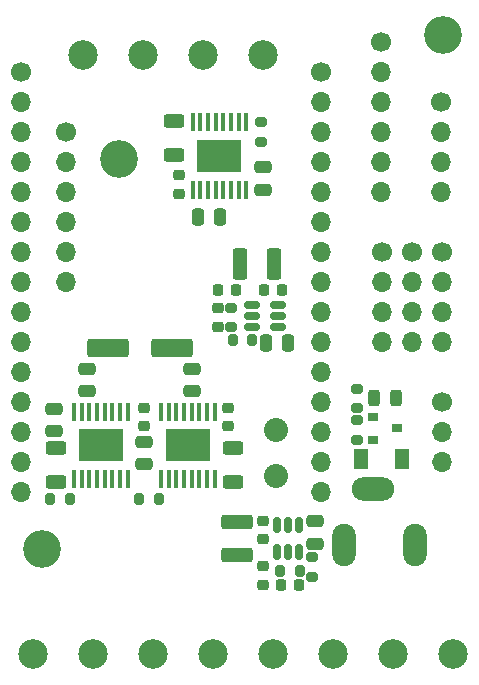
<source format=gbr>
%TF.GenerationSoftware,KiCad,Pcbnew,(6.0.5)*%
%TF.CreationDate,2022-06-06T15:53:17-04:00*%
%TF.ProjectId,NoU2,4e6f5532-2e6b-4696-9361-645f70636258,rev?*%
%TF.SameCoordinates,Original*%
%TF.FileFunction,Soldermask,Top*%
%TF.FilePolarity,Negative*%
%FSLAX46Y46*%
G04 Gerber Fmt 4.6, Leading zero omitted, Abs format (unit mm)*
G04 Created by KiCad (PCBNEW (6.0.5)) date 2022-06-06 15:53:17*
%MOMM*%
%LPD*%
G01*
G04 APERTURE LIST*
G04 Aperture macros list*
%AMRoundRect*
0 Rectangle with rounded corners*
0 $1 Rounding radius*
0 $2 $3 $4 $5 $6 $7 $8 $9 X,Y pos of 4 corners*
0 Add a 4 corners polygon primitive as box body*
4,1,4,$2,$3,$4,$5,$6,$7,$8,$9,$2,$3,0*
0 Add four circle primitives for the rounded corners*
1,1,$1+$1,$2,$3*
1,1,$1+$1,$4,$5*
1,1,$1+$1,$6,$7*
1,1,$1+$1,$8,$9*
0 Add four rect primitives between the rounded corners*
20,1,$1+$1,$2,$3,$4,$5,0*
20,1,$1+$1,$4,$5,$6,$7,0*
20,1,$1+$1,$6,$7,$8,$9,0*
20,1,$1+$1,$8,$9,$2,$3,0*%
G04 Aperture macros list end*
%ADD10RoundRect,0.250000X-0.475000X0.250000X-0.475000X-0.250000X0.475000X-0.250000X0.475000X0.250000X0*%
%ADD11R,3.810000X2.794000*%
%ADD12RoundRect,0.100000X0.100000X-0.687500X0.100000X0.687500X-0.100000X0.687500X-0.100000X-0.687500X0*%
%ADD13RoundRect,0.225000X-0.250000X0.225000X-0.250000X-0.225000X0.250000X-0.225000X0.250000X0.225000X0*%
%ADD14RoundRect,0.250000X0.475000X-0.250000X0.475000X0.250000X-0.475000X0.250000X-0.475000X-0.250000X0*%
%ADD15RoundRect,0.225000X0.250000X-0.225000X0.250000X0.225000X-0.250000X0.225000X-0.250000X-0.225000X0*%
%ADD16RoundRect,0.225000X0.225000X0.250000X-0.225000X0.250000X-0.225000X-0.250000X0.225000X-0.250000X0*%
%ADD17RoundRect,0.250000X-0.250000X-0.475000X0.250000X-0.475000X0.250000X0.475000X-0.250000X0.475000X0*%
%ADD18RoundRect,0.225000X-0.225000X-0.250000X0.225000X-0.250000X0.225000X0.250000X-0.225000X0.250000X0*%
%ADD19R,1.300000X1.700000*%
%ADD20RoundRect,1.000000X0.000000X0.800000X0.000000X0.800000X0.000000X-0.800000X0.000000X-0.800000X0*%
%ADD21RoundRect,1.000000X0.800000X0.000000X-0.800000X0.000000X-0.800000X0.000000X0.800000X0.000000X0*%
%ADD22RoundRect,0.250000X-1.075000X0.375000X-1.075000X-0.375000X1.075000X-0.375000X1.075000X0.375000X0*%
%ADD23RoundRect,0.250000X0.375000X1.075000X-0.375000X1.075000X-0.375000X-1.075000X0.375000X-1.075000X0*%
%ADD24R,0.900000X0.800000*%
%ADD25RoundRect,0.200000X-0.200000X-0.275000X0.200000X-0.275000X0.200000X0.275000X-0.200000X0.275000X0*%
%ADD26RoundRect,0.200000X0.275000X-0.200000X0.275000X0.200000X-0.275000X0.200000X-0.275000X-0.200000X0*%
%ADD27RoundRect,0.200000X-0.275000X0.200000X-0.275000X-0.200000X0.275000X-0.200000X0.275000X0.200000X0*%
%ADD28RoundRect,0.249997X-0.625003X0.312503X-0.625003X-0.312503X0.625003X-0.312503X0.625003X0.312503X0*%
%ADD29RoundRect,0.249997X0.625003X-0.312503X0.625003X0.312503X-0.625003X0.312503X-0.625003X-0.312503X0*%
%ADD30RoundRect,0.200000X0.200000X0.275000X-0.200000X0.275000X-0.200000X-0.275000X0.200000X-0.275000X0*%
%ADD31RoundRect,0.100000X-0.100000X0.687500X-0.100000X-0.687500X0.100000X-0.687500X0.100000X0.687500X0*%
%ADD32RoundRect,0.243750X-0.243750X-0.456250X0.243750X-0.456250X0.243750X0.456250X-0.243750X0.456250X0*%
%ADD33C,1.700000*%
%ADD34O,1.700000X1.700000*%
%ADD35C,2.500000*%
%ADD36C,3.200000*%
%ADD37C,2.032000*%
%ADD38RoundRect,0.150000X0.150000X-0.512500X0.150000X0.512500X-0.150000X0.512500X-0.150000X-0.512500X0*%
%ADD39RoundRect,0.250000X1.500000X0.550000X-1.500000X0.550000X-1.500000X-0.550000X1.500000X-0.550000X0*%
%ADD40RoundRect,0.150000X-0.512500X-0.150000X0.512500X-0.150000X0.512500X0.150000X-0.512500X0.150000X0*%
G04 APERTURE END LIST*
D10*
%TO.C,C8*%
X104549140Y-135102760D03*
X104549140Y-137002760D03*
%TD*%
D11*
%TO.C,U1*%
X108495000Y-138227000D03*
D12*
X106220000Y-141089500D03*
X106870000Y-141089500D03*
X107520000Y-141089500D03*
X108170000Y-141089500D03*
X108820000Y-141089500D03*
X109470000Y-141089500D03*
X110120000Y-141089500D03*
X110770000Y-141089500D03*
X110770000Y-135364500D03*
X110120000Y-135364500D03*
X109470000Y-135364500D03*
X108820000Y-135364500D03*
X108170000Y-135364500D03*
X107520000Y-135364500D03*
X106870000Y-135364500D03*
X106220000Y-135364500D03*
%TD*%
D13*
%TO.C,C1*%
X122225000Y-144640200D03*
X122225000Y-146190200D03*
%TD*%
D14*
%TO.C,C2*%
X126606500Y-146543000D03*
X126606500Y-144643000D03*
%TD*%
D15*
%TO.C,C3*%
X122225000Y-150025600D03*
X122225000Y-148475600D03*
%TD*%
D16*
%TO.C,C4*%
X125286000Y-150012600D03*
X123736000Y-150012600D03*
%TD*%
D13*
%TO.C,C5*%
X112192000Y-135039000D03*
X112192000Y-136589000D03*
%TD*%
%TO.C,C6*%
X119301460Y-135023760D03*
X119301460Y-136573760D03*
%TD*%
D15*
%TO.C,C7*%
X115113000Y-116904000D03*
X115113000Y-115354000D03*
%TD*%
D10*
%TO.C,C9*%
X112166600Y-137939940D03*
X112166600Y-139839940D03*
%TD*%
D14*
%TO.C,C10*%
X122225000Y-116571000D03*
X122225000Y-114671000D03*
%TD*%
D16*
%TO.C,C11*%
X123838200Y-125095200D03*
X122288200Y-125095200D03*
%TD*%
D17*
%TO.C,C12*%
X122481500Y-129527500D03*
X124381500Y-129527500D03*
%TD*%
D18*
%TO.C,C13*%
X118402000Y-125095200D03*
X119952000Y-125095200D03*
%TD*%
D15*
%TO.C,C14*%
X118440400Y-128181600D03*
X118440400Y-126631600D03*
%TD*%
D14*
%TO.C,C22*%
X107366000Y-133639800D03*
X107366000Y-131739800D03*
%TD*%
%TO.C,C23*%
X116230600Y-133639800D03*
X116230600Y-131739800D03*
%TD*%
D17*
%TO.C,C24*%
X116703000Y-118923000D03*
X118603000Y-118923000D03*
%TD*%
D19*
%TO.C,D2*%
X130533400Y-139395400D03*
X134033400Y-139395400D03*
%TD*%
D20*
%TO.C,J9*%
X129083000Y-146700000D03*
X135083000Y-146700000D03*
D21*
X131583000Y-141950000D03*
%TD*%
D22*
%TO.C,L1*%
X120066000Y-144701000D03*
X120066000Y-147501000D03*
%TD*%
D23*
%TO.C,L2*%
X123117000Y-122860000D03*
X120317000Y-122860000D03*
%TD*%
D24*
%TO.C,Q1*%
X131562800Y-135829200D03*
X131562800Y-137729200D03*
X133562800Y-136779200D03*
%TD*%
D25*
%TO.C,R1*%
X123686000Y-148895000D03*
X125336000Y-148895000D03*
%TD*%
D26*
%TO.C,R2*%
X126390600Y-149339000D03*
X126390600Y-147689000D03*
%TD*%
D27*
%TO.C,R3*%
X119558000Y-126569400D03*
X119558000Y-128219400D03*
%TD*%
D25*
%TO.C,R4*%
X119647400Y-129286200D03*
X121297400Y-129286200D03*
%TD*%
D26*
%TO.C,R5*%
X130175200Y-135089600D03*
X130175200Y-133439600D03*
%TD*%
D28*
%TO.C,R6*%
X104699000Y-138415500D03*
X104699000Y-141340500D03*
%TD*%
%TO.C,R7*%
X119685000Y-138415500D03*
X119685000Y-141340500D03*
%TD*%
D29*
%TO.C,R8*%
X114732000Y-113654500D03*
X114732000Y-110729500D03*
%TD*%
D27*
%TO.C,R9*%
X122098000Y-110859000D03*
X122098000Y-112509000D03*
%TD*%
D30*
%TO.C,R10*%
X113398000Y-142773600D03*
X111748000Y-142773600D03*
%TD*%
%TO.C,R11*%
X105854200Y-142773600D03*
X104204200Y-142773600D03*
%TD*%
D26*
%TO.C,R12*%
X130175200Y-137731200D03*
X130175200Y-136081200D03*
%TD*%
D11*
%TO.C,U2*%
X118542000Y-113716000D03*
D31*
X120817000Y-110853500D03*
X120167000Y-110853500D03*
X119517000Y-110853500D03*
X118867000Y-110853500D03*
X118217000Y-110853500D03*
X117567000Y-110853500D03*
X116917000Y-110853500D03*
X116267000Y-110853500D03*
X116267000Y-116578500D03*
X116917000Y-116578500D03*
X117567000Y-116578500D03*
X118217000Y-116578500D03*
X118867000Y-116578500D03*
X119517000Y-116578500D03*
X120167000Y-116578500D03*
X120817000Y-116578500D03*
%TD*%
D11*
%TO.C,U3*%
X115875000Y-138227000D03*
D12*
X113600000Y-141089500D03*
X114250000Y-141089500D03*
X114900000Y-141089500D03*
X115550000Y-141089500D03*
X116200000Y-141089500D03*
X116850000Y-141089500D03*
X117500000Y-141089500D03*
X118150000Y-141089500D03*
X118150000Y-135364500D03*
X117500000Y-135364500D03*
X116850000Y-135364500D03*
X116200000Y-135364500D03*
X115550000Y-135364500D03*
X114900000Y-135364500D03*
X114250000Y-135364500D03*
X113600000Y-135364500D03*
%TD*%
D32*
%TO.C,D1*%
X131599900Y-134188400D03*
X133474900Y-134188400D03*
%TD*%
D33*
%TO.C,J1*%
X132258000Y-104064000D03*
D34*
X132258000Y-106604000D03*
X132258000Y-109144000D03*
X132258000Y-111684000D03*
X132258000Y-114224000D03*
X132258000Y-116764000D03*
%TD*%
D33*
%TO.C,J2*%
X132283400Y-121844000D03*
D34*
X132283400Y-124384000D03*
X132283400Y-126924000D03*
X132283400Y-129464000D03*
%TD*%
D33*
%TO.C,J3*%
X137338000Y-109144000D03*
D34*
X137338000Y-111684000D03*
X137338000Y-114224000D03*
X137338000Y-116764000D03*
%TD*%
D33*
%TO.C,J4*%
X105588000Y-111684000D03*
D34*
X105588000Y-114224000D03*
X105588000Y-116764000D03*
X105588000Y-119304000D03*
X105588000Y-121844000D03*
X105588000Y-124384000D03*
%TD*%
D35*
%TO.C,J7*%
X123114000Y-155880000D03*
X128194000Y-155880000D03*
X133274000Y-155880000D03*
X138354000Y-155880000D03*
%TD*%
%TO.C,J6*%
X102794000Y-155880000D03*
X107874000Y-155880000D03*
X112954000Y-155880000D03*
X118034000Y-155880000D03*
%TD*%
D33*
%TO.C,J10*%
X101778000Y-106604000D03*
D34*
X101778000Y-109144000D03*
X101778000Y-111684000D03*
X101778000Y-114224000D03*
X101778000Y-116764000D03*
X101778000Y-119304000D03*
X101778000Y-121844000D03*
X101778000Y-124384000D03*
X101778000Y-126924000D03*
X101778000Y-129464000D03*
X101778000Y-132004000D03*
X101778000Y-134544000D03*
X101778000Y-137084000D03*
X101778000Y-139624000D03*
X101778000Y-142164000D03*
%TD*%
D33*
%TO.C,J11*%
X127178000Y-106600000D03*
D34*
X127178000Y-109140000D03*
X127178000Y-111680000D03*
X127178000Y-114220000D03*
X127178000Y-116760000D03*
X127178000Y-119300000D03*
X127178000Y-121840000D03*
X127178000Y-124380000D03*
X127178000Y-126920000D03*
X127178000Y-129460000D03*
X127178000Y-132000000D03*
X127178000Y-134540000D03*
X127178000Y-137080000D03*
X127178000Y-139620000D03*
X127178000Y-142160000D03*
%TD*%
D33*
%TO.C,U8*%
X137363400Y-134544000D03*
D34*
X137363400Y-137084000D03*
X137363400Y-139624000D03*
%TD*%
D33*
%TO.C,J5*%
X137363400Y-121844000D03*
D34*
X137363400Y-124384000D03*
X137363400Y-126924000D03*
X137363400Y-129464000D03*
%TD*%
D33*
%TO.C,J12*%
X134823400Y-121844000D03*
D34*
X134823400Y-124384000D03*
X134823400Y-126924000D03*
X134823400Y-129464000D03*
%TD*%
D36*
%TO.C,REF\u002A\u002A*%
X103500000Y-147000000D03*
%TD*%
%TO.C,REF\u002A\u002A*%
X137500000Y-103500000D03*
%TD*%
D35*
%TO.C,J8*%
X122225000Y-105207000D03*
X117145000Y-105207000D03*
X112065000Y-105207000D03*
X106985000Y-105207000D03*
%TD*%
D37*
%TO.C,J13*%
X123342600Y-140792400D03*
%TD*%
%TO.C,J14*%
X123342600Y-136880800D03*
%TD*%
D38*
%TO.C,U10*%
X123408600Y-147213100D03*
X124358600Y-147213100D03*
X125308600Y-147213100D03*
X125308600Y-144938100D03*
X124358600Y-144938100D03*
X123408600Y-144938100D03*
%TD*%
D39*
%TO.C,C17*%
X114536400Y-129997400D03*
X109136400Y-129997400D03*
%TD*%
D36*
%TO.C,REF\u002A\u002A*%
X110000000Y-114000000D03*
%TD*%
D40*
%TO.C,U11*%
X121262500Y-126300000D03*
X121262500Y-127250000D03*
X121262500Y-128200000D03*
X123537500Y-128200000D03*
X123537500Y-127250000D03*
X123537500Y-126300000D03*
%TD*%
M02*

</source>
